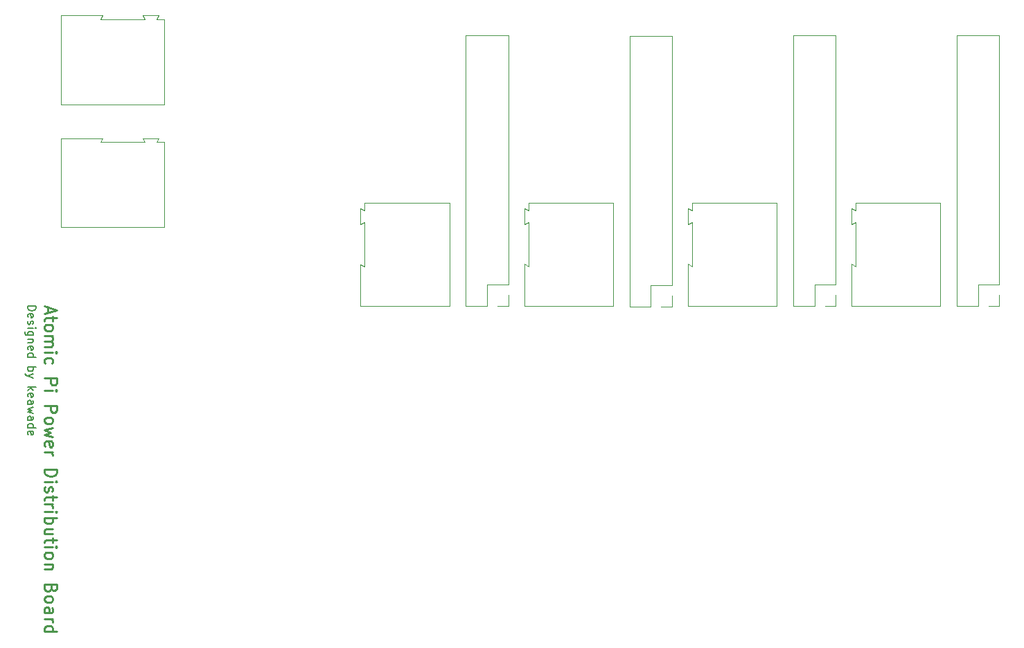
<source format=gbr>
%TF.GenerationSoftware,KiCad,Pcbnew,7.0.6-1.fc38*%
%TF.CreationDate,2023-08-16T20:18:50-04:00*%
%TF.ProjectId,atomic-pi-power-distribution,61746f6d-6963-42d7-9069-2d706f776572,rev?*%
%TF.SameCoordinates,Original*%
%TF.FileFunction,Legend,Top*%
%TF.FilePolarity,Positive*%
%FSLAX46Y46*%
G04 Gerber Fmt 4.6, Leading zero omitted, Abs format (unit mm)*
G04 Created by KiCad (PCBNEW 7.0.6-1.fc38) date 2023-08-16 20:18:50*
%MOMM*%
%LPD*%
G01*
G04 APERTURE LIST*
%ADD10C,0.150000*%
%ADD11C,0.225000*%
%ADD12C,0.120000*%
G04 APERTURE END LIST*
D10*
X51130180Y-96336779D02*
X52130180Y-96336779D01*
X52130180Y-96336779D02*
X52130180Y-96574874D01*
X52130180Y-96574874D02*
X52082561Y-96717731D01*
X52082561Y-96717731D02*
X51987323Y-96812969D01*
X51987323Y-96812969D02*
X51892085Y-96860588D01*
X51892085Y-96860588D02*
X51701609Y-96908207D01*
X51701609Y-96908207D02*
X51558752Y-96908207D01*
X51558752Y-96908207D02*
X51368276Y-96860588D01*
X51368276Y-96860588D02*
X51273038Y-96812969D01*
X51273038Y-96812969D02*
X51177800Y-96717731D01*
X51177800Y-96717731D02*
X51130180Y-96574874D01*
X51130180Y-96574874D02*
X51130180Y-96336779D01*
X51177800Y-97717731D02*
X51130180Y-97622493D01*
X51130180Y-97622493D02*
X51130180Y-97432017D01*
X51130180Y-97432017D02*
X51177800Y-97336779D01*
X51177800Y-97336779D02*
X51273038Y-97289160D01*
X51273038Y-97289160D02*
X51653990Y-97289160D01*
X51653990Y-97289160D02*
X51749228Y-97336779D01*
X51749228Y-97336779D02*
X51796847Y-97432017D01*
X51796847Y-97432017D02*
X51796847Y-97622493D01*
X51796847Y-97622493D02*
X51749228Y-97717731D01*
X51749228Y-97717731D02*
X51653990Y-97765350D01*
X51653990Y-97765350D02*
X51558752Y-97765350D01*
X51558752Y-97765350D02*
X51463514Y-97289160D01*
X51177800Y-98146303D02*
X51130180Y-98241541D01*
X51130180Y-98241541D02*
X51130180Y-98432017D01*
X51130180Y-98432017D02*
X51177800Y-98527255D01*
X51177800Y-98527255D02*
X51273038Y-98574874D01*
X51273038Y-98574874D02*
X51320657Y-98574874D01*
X51320657Y-98574874D02*
X51415895Y-98527255D01*
X51415895Y-98527255D02*
X51463514Y-98432017D01*
X51463514Y-98432017D02*
X51463514Y-98289160D01*
X51463514Y-98289160D02*
X51511133Y-98193922D01*
X51511133Y-98193922D02*
X51606371Y-98146303D01*
X51606371Y-98146303D02*
X51653990Y-98146303D01*
X51653990Y-98146303D02*
X51749228Y-98193922D01*
X51749228Y-98193922D02*
X51796847Y-98289160D01*
X51796847Y-98289160D02*
X51796847Y-98432017D01*
X51796847Y-98432017D02*
X51749228Y-98527255D01*
X51130180Y-99003446D02*
X51796847Y-99003446D01*
X52130180Y-99003446D02*
X52082561Y-98955827D01*
X52082561Y-98955827D02*
X52034942Y-99003446D01*
X52034942Y-99003446D02*
X52082561Y-99051065D01*
X52082561Y-99051065D02*
X52130180Y-99003446D01*
X52130180Y-99003446D02*
X52034942Y-99003446D01*
X51796847Y-99908207D02*
X50987323Y-99908207D01*
X50987323Y-99908207D02*
X50892085Y-99860588D01*
X50892085Y-99860588D02*
X50844466Y-99812969D01*
X50844466Y-99812969D02*
X50796847Y-99717731D01*
X50796847Y-99717731D02*
X50796847Y-99574874D01*
X50796847Y-99574874D02*
X50844466Y-99479636D01*
X51177800Y-99908207D02*
X51130180Y-99812969D01*
X51130180Y-99812969D02*
X51130180Y-99622493D01*
X51130180Y-99622493D02*
X51177800Y-99527255D01*
X51177800Y-99527255D02*
X51225419Y-99479636D01*
X51225419Y-99479636D02*
X51320657Y-99432017D01*
X51320657Y-99432017D02*
X51606371Y-99432017D01*
X51606371Y-99432017D02*
X51701609Y-99479636D01*
X51701609Y-99479636D02*
X51749228Y-99527255D01*
X51749228Y-99527255D02*
X51796847Y-99622493D01*
X51796847Y-99622493D02*
X51796847Y-99812969D01*
X51796847Y-99812969D02*
X51749228Y-99908207D01*
X51796847Y-100384398D02*
X51130180Y-100384398D01*
X51701609Y-100384398D02*
X51749228Y-100432017D01*
X51749228Y-100432017D02*
X51796847Y-100527255D01*
X51796847Y-100527255D02*
X51796847Y-100670112D01*
X51796847Y-100670112D02*
X51749228Y-100765350D01*
X51749228Y-100765350D02*
X51653990Y-100812969D01*
X51653990Y-100812969D02*
X51130180Y-100812969D01*
X51177800Y-101670112D02*
X51130180Y-101574874D01*
X51130180Y-101574874D02*
X51130180Y-101384398D01*
X51130180Y-101384398D02*
X51177800Y-101289160D01*
X51177800Y-101289160D02*
X51273038Y-101241541D01*
X51273038Y-101241541D02*
X51653990Y-101241541D01*
X51653990Y-101241541D02*
X51749228Y-101289160D01*
X51749228Y-101289160D02*
X51796847Y-101384398D01*
X51796847Y-101384398D02*
X51796847Y-101574874D01*
X51796847Y-101574874D02*
X51749228Y-101670112D01*
X51749228Y-101670112D02*
X51653990Y-101717731D01*
X51653990Y-101717731D02*
X51558752Y-101717731D01*
X51558752Y-101717731D02*
X51463514Y-101241541D01*
X51130180Y-102574874D02*
X52130180Y-102574874D01*
X51177800Y-102574874D02*
X51130180Y-102479636D01*
X51130180Y-102479636D02*
X51130180Y-102289160D01*
X51130180Y-102289160D02*
X51177800Y-102193922D01*
X51177800Y-102193922D02*
X51225419Y-102146303D01*
X51225419Y-102146303D02*
X51320657Y-102098684D01*
X51320657Y-102098684D02*
X51606371Y-102098684D01*
X51606371Y-102098684D02*
X51701609Y-102146303D01*
X51701609Y-102146303D02*
X51749228Y-102193922D01*
X51749228Y-102193922D02*
X51796847Y-102289160D01*
X51796847Y-102289160D02*
X51796847Y-102479636D01*
X51796847Y-102479636D02*
X51749228Y-102574874D01*
X51130180Y-103812970D02*
X52130180Y-103812970D01*
X51749228Y-103812970D02*
X51796847Y-103908208D01*
X51796847Y-103908208D02*
X51796847Y-104098684D01*
X51796847Y-104098684D02*
X51749228Y-104193922D01*
X51749228Y-104193922D02*
X51701609Y-104241541D01*
X51701609Y-104241541D02*
X51606371Y-104289160D01*
X51606371Y-104289160D02*
X51320657Y-104289160D01*
X51320657Y-104289160D02*
X51225419Y-104241541D01*
X51225419Y-104241541D02*
X51177800Y-104193922D01*
X51177800Y-104193922D02*
X51130180Y-104098684D01*
X51130180Y-104098684D02*
X51130180Y-103908208D01*
X51130180Y-103908208D02*
X51177800Y-103812970D01*
X51796847Y-104622494D02*
X51130180Y-104860589D01*
X51796847Y-105098684D02*
X51130180Y-104860589D01*
X51130180Y-104860589D02*
X50892085Y-104765351D01*
X50892085Y-104765351D02*
X50844466Y-104717732D01*
X50844466Y-104717732D02*
X50796847Y-104622494D01*
X51130180Y-106241542D02*
X52130180Y-106241542D01*
X51511133Y-106336780D02*
X51130180Y-106622494D01*
X51796847Y-106622494D02*
X51415895Y-106241542D01*
X51177800Y-107432018D02*
X51130180Y-107336780D01*
X51130180Y-107336780D02*
X51130180Y-107146304D01*
X51130180Y-107146304D02*
X51177800Y-107051066D01*
X51177800Y-107051066D02*
X51273038Y-107003447D01*
X51273038Y-107003447D02*
X51653990Y-107003447D01*
X51653990Y-107003447D02*
X51749228Y-107051066D01*
X51749228Y-107051066D02*
X51796847Y-107146304D01*
X51796847Y-107146304D02*
X51796847Y-107336780D01*
X51796847Y-107336780D02*
X51749228Y-107432018D01*
X51749228Y-107432018D02*
X51653990Y-107479637D01*
X51653990Y-107479637D02*
X51558752Y-107479637D01*
X51558752Y-107479637D02*
X51463514Y-107003447D01*
X51130180Y-108336780D02*
X51653990Y-108336780D01*
X51653990Y-108336780D02*
X51749228Y-108289161D01*
X51749228Y-108289161D02*
X51796847Y-108193923D01*
X51796847Y-108193923D02*
X51796847Y-108003447D01*
X51796847Y-108003447D02*
X51749228Y-107908209D01*
X51177800Y-108336780D02*
X51130180Y-108241542D01*
X51130180Y-108241542D02*
X51130180Y-108003447D01*
X51130180Y-108003447D02*
X51177800Y-107908209D01*
X51177800Y-107908209D02*
X51273038Y-107860590D01*
X51273038Y-107860590D02*
X51368276Y-107860590D01*
X51368276Y-107860590D02*
X51463514Y-107908209D01*
X51463514Y-107908209D02*
X51511133Y-108003447D01*
X51511133Y-108003447D02*
X51511133Y-108241542D01*
X51511133Y-108241542D02*
X51558752Y-108336780D01*
X51796847Y-108717733D02*
X51130180Y-108908209D01*
X51130180Y-108908209D02*
X51606371Y-109098685D01*
X51606371Y-109098685D02*
X51130180Y-109289161D01*
X51130180Y-109289161D02*
X51796847Y-109479637D01*
X51130180Y-110289161D02*
X51653990Y-110289161D01*
X51653990Y-110289161D02*
X51749228Y-110241542D01*
X51749228Y-110241542D02*
X51796847Y-110146304D01*
X51796847Y-110146304D02*
X51796847Y-109955828D01*
X51796847Y-109955828D02*
X51749228Y-109860590D01*
X51177800Y-110289161D02*
X51130180Y-110193923D01*
X51130180Y-110193923D02*
X51130180Y-109955828D01*
X51130180Y-109955828D02*
X51177800Y-109860590D01*
X51177800Y-109860590D02*
X51273038Y-109812971D01*
X51273038Y-109812971D02*
X51368276Y-109812971D01*
X51368276Y-109812971D02*
X51463514Y-109860590D01*
X51463514Y-109860590D02*
X51511133Y-109955828D01*
X51511133Y-109955828D02*
X51511133Y-110193923D01*
X51511133Y-110193923D02*
X51558752Y-110289161D01*
X51130180Y-111193923D02*
X52130180Y-111193923D01*
X51177800Y-111193923D02*
X51130180Y-111098685D01*
X51130180Y-111098685D02*
X51130180Y-110908209D01*
X51130180Y-110908209D02*
X51177800Y-110812971D01*
X51177800Y-110812971D02*
X51225419Y-110765352D01*
X51225419Y-110765352D02*
X51320657Y-110717733D01*
X51320657Y-110717733D02*
X51606371Y-110717733D01*
X51606371Y-110717733D02*
X51701609Y-110765352D01*
X51701609Y-110765352D02*
X51749228Y-110812971D01*
X51749228Y-110812971D02*
X51796847Y-110908209D01*
X51796847Y-110908209D02*
X51796847Y-111098685D01*
X51796847Y-111098685D02*
X51749228Y-111193923D01*
X51177800Y-112051066D02*
X51130180Y-111955828D01*
X51130180Y-111955828D02*
X51130180Y-111765352D01*
X51130180Y-111765352D02*
X51177800Y-111670114D01*
X51177800Y-111670114D02*
X51273038Y-111622495D01*
X51273038Y-111622495D02*
X51653990Y-111622495D01*
X51653990Y-111622495D02*
X51749228Y-111670114D01*
X51749228Y-111670114D02*
X51796847Y-111765352D01*
X51796847Y-111765352D02*
X51796847Y-111955828D01*
X51796847Y-111955828D02*
X51749228Y-112051066D01*
X51749228Y-112051066D02*
X51653990Y-112098685D01*
X51653990Y-112098685D02*
X51558752Y-112098685D01*
X51558752Y-112098685D02*
X51463514Y-111622495D01*
D11*
X53623842Y-96433740D02*
X53623842Y-97148026D01*
X53195271Y-96290883D02*
X54695271Y-96790883D01*
X54695271Y-96790883D02*
X53195271Y-97290883D01*
X54195271Y-97576597D02*
X54195271Y-98148025D01*
X54695271Y-97790882D02*
X53409557Y-97790882D01*
X53409557Y-97790882D02*
X53266700Y-97862311D01*
X53266700Y-97862311D02*
X53195271Y-98005168D01*
X53195271Y-98005168D02*
X53195271Y-98148025D01*
X53195271Y-98862311D02*
X53266700Y-98719454D01*
X53266700Y-98719454D02*
X53338128Y-98648025D01*
X53338128Y-98648025D02*
X53480985Y-98576597D01*
X53480985Y-98576597D02*
X53909557Y-98576597D01*
X53909557Y-98576597D02*
X54052414Y-98648025D01*
X54052414Y-98648025D02*
X54123842Y-98719454D01*
X54123842Y-98719454D02*
X54195271Y-98862311D01*
X54195271Y-98862311D02*
X54195271Y-99076597D01*
X54195271Y-99076597D02*
X54123842Y-99219454D01*
X54123842Y-99219454D02*
X54052414Y-99290883D01*
X54052414Y-99290883D02*
X53909557Y-99362311D01*
X53909557Y-99362311D02*
X53480985Y-99362311D01*
X53480985Y-99362311D02*
X53338128Y-99290883D01*
X53338128Y-99290883D02*
X53266700Y-99219454D01*
X53266700Y-99219454D02*
X53195271Y-99076597D01*
X53195271Y-99076597D02*
X53195271Y-98862311D01*
X53195271Y-100005168D02*
X54195271Y-100005168D01*
X54052414Y-100005168D02*
X54123842Y-100076597D01*
X54123842Y-100076597D02*
X54195271Y-100219454D01*
X54195271Y-100219454D02*
X54195271Y-100433740D01*
X54195271Y-100433740D02*
X54123842Y-100576597D01*
X54123842Y-100576597D02*
X53980985Y-100648026D01*
X53980985Y-100648026D02*
X53195271Y-100648026D01*
X53980985Y-100648026D02*
X54123842Y-100719454D01*
X54123842Y-100719454D02*
X54195271Y-100862311D01*
X54195271Y-100862311D02*
X54195271Y-101076597D01*
X54195271Y-101076597D02*
X54123842Y-101219454D01*
X54123842Y-101219454D02*
X53980985Y-101290883D01*
X53980985Y-101290883D02*
X53195271Y-101290883D01*
X53195271Y-102005168D02*
X54195271Y-102005168D01*
X54695271Y-102005168D02*
X54623842Y-101933740D01*
X54623842Y-101933740D02*
X54552414Y-102005168D01*
X54552414Y-102005168D02*
X54623842Y-102076597D01*
X54623842Y-102076597D02*
X54695271Y-102005168D01*
X54695271Y-102005168D02*
X54552414Y-102005168D01*
X53266700Y-103362312D02*
X53195271Y-103219454D01*
X53195271Y-103219454D02*
X53195271Y-102933740D01*
X53195271Y-102933740D02*
X53266700Y-102790883D01*
X53266700Y-102790883D02*
X53338128Y-102719454D01*
X53338128Y-102719454D02*
X53480985Y-102648026D01*
X53480985Y-102648026D02*
X53909557Y-102648026D01*
X53909557Y-102648026D02*
X54052414Y-102719454D01*
X54052414Y-102719454D02*
X54123842Y-102790883D01*
X54123842Y-102790883D02*
X54195271Y-102933740D01*
X54195271Y-102933740D02*
X54195271Y-103219454D01*
X54195271Y-103219454D02*
X54123842Y-103362312D01*
X53195271Y-105148025D02*
X54695271Y-105148025D01*
X54695271Y-105148025D02*
X54695271Y-105719454D01*
X54695271Y-105719454D02*
X54623842Y-105862311D01*
X54623842Y-105862311D02*
X54552414Y-105933740D01*
X54552414Y-105933740D02*
X54409557Y-106005168D01*
X54409557Y-106005168D02*
X54195271Y-106005168D01*
X54195271Y-106005168D02*
X54052414Y-105933740D01*
X54052414Y-105933740D02*
X53980985Y-105862311D01*
X53980985Y-105862311D02*
X53909557Y-105719454D01*
X53909557Y-105719454D02*
X53909557Y-105148025D01*
X53195271Y-106648025D02*
X54195271Y-106648025D01*
X54695271Y-106648025D02*
X54623842Y-106576597D01*
X54623842Y-106576597D02*
X54552414Y-106648025D01*
X54552414Y-106648025D02*
X54623842Y-106719454D01*
X54623842Y-106719454D02*
X54695271Y-106648025D01*
X54695271Y-106648025D02*
X54552414Y-106648025D01*
X53195271Y-108505168D02*
X54695271Y-108505168D01*
X54695271Y-108505168D02*
X54695271Y-109076597D01*
X54695271Y-109076597D02*
X54623842Y-109219454D01*
X54623842Y-109219454D02*
X54552414Y-109290883D01*
X54552414Y-109290883D02*
X54409557Y-109362311D01*
X54409557Y-109362311D02*
X54195271Y-109362311D01*
X54195271Y-109362311D02*
X54052414Y-109290883D01*
X54052414Y-109290883D02*
X53980985Y-109219454D01*
X53980985Y-109219454D02*
X53909557Y-109076597D01*
X53909557Y-109076597D02*
X53909557Y-108505168D01*
X53195271Y-110219454D02*
X53266700Y-110076597D01*
X53266700Y-110076597D02*
X53338128Y-110005168D01*
X53338128Y-110005168D02*
X53480985Y-109933740D01*
X53480985Y-109933740D02*
X53909557Y-109933740D01*
X53909557Y-109933740D02*
X54052414Y-110005168D01*
X54052414Y-110005168D02*
X54123842Y-110076597D01*
X54123842Y-110076597D02*
X54195271Y-110219454D01*
X54195271Y-110219454D02*
X54195271Y-110433740D01*
X54195271Y-110433740D02*
X54123842Y-110576597D01*
X54123842Y-110576597D02*
X54052414Y-110648026D01*
X54052414Y-110648026D02*
X53909557Y-110719454D01*
X53909557Y-110719454D02*
X53480985Y-110719454D01*
X53480985Y-110719454D02*
X53338128Y-110648026D01*
X53338128Y-110648026D02*
X53266700Y-110576597D01*
X53266700Y-110576597D02*
X53195271Y-110433740D01*
X53195271Y-110433740D02*
X53195271Y-110219454D01*
X54195271Y-111219454D02*
X53195271Y-111505169D01*
X53195271Y-111505169D02*
X53909557Y-111790883D01*
X53909557Y-111790883D02*
X53195271Y-112076597D01*
X53195271Y-112076597D02*
X54195271Y-112362311D01*
X53266700Y-113505169D02*
X53195271Y-113362312D01*
X53195271Y-113362312D02*
X53195271Y-113076598D01*
X53195271Y-113076598D02*
X53266700Y-112933740D01*
X53266700Y-112933740D02*
X53409557Y-112862312D01*
X53409557Y-112862312D02*
X53980985Y-112862312D01*
X53980985Y-112862312D02*
X54123842Y-112933740D01*
X54123842Y-112933740D02*
X54195271Y-113076598D01*
X54195271Y-113076598D02*
X54195271Y-113362312D01*
X54195271Y-113362312D02*
X54123842Y-113505169D01*
X54123842Y-113505169D02*
X53980985Y-113576598D01*
X53980985Y-113576598D02*
X53838128Y-113576598D01*
X53838128Y-113576598D02*
X53695271Y-112862312D01*
X53195271Y-114219454D02*
X54195271Y-114219454D01*
X53909557Y-114219454D02*
X54052414Y-114290883D01*
X54052414Y-114290883D02*
X54123842Y-114362312D01*
X54123842Y-114362312D02*
X54195271Y-114505169D01*
X54195271Y-114505169D02*
X54195271Y-114648026D01*
X53195271Y-116290882D02*
X54695271Y-116290882D01*
X54695271Y-116290882D02*
X54695271Y-116648025D01*
X54695271Y-116648025D02*
X54623842Y-116862311D01*
X54623842Y-116862311D02*
X54480985Y-117005168D01*
X54480985Y-117005168D02*
X54338128Y-117076597D01*
X54338128Y-117076597D02*
X54052414Y-117148025D01*
X54052414Y-117148025D02*
X53838128Y-117148025D01*
X53838128Y-117148025D02*
X53552414Y-117076597D01*
X53552414Y-117076597D02*
X53409557Y-117005168D01*
X53409557Y-117005168D02*
X53266700Y-116862311D01*
X53266700Y-116862311D02*
X53195271Y-116648025D01*
X53195271Y-116648025D02*
X53195271Y-116290882D01*
X53195271Y-117790882D02*
X54195271Y-117790882D01*
X54695271Y-117790882D02*
X54623842Y-117719454D01*
X54623842Y-117719454D02*
X54552414Y-117790882D01*
X54552414Y-117790882D02*
X54623842Y-117862311D01*
X54623842Y-117862311D02*
X54695271Y-117790882D01*
X54695271Y-117790882D02*
X54552414Y-117790882D01*
X53266700Y-118433740D02*
X53195271Y-118576597D01*
X53195271Y-118576597D02*
X53195271Y-118862311D01*
X53195271Y-118862311D02*
X53266700Y-119005168D01*
X53266700Y-119005168D02*
X53409557Y-119076597D01*
X53409557Y-119076597D02*
X53480985Y-119076597D01*
X53480985Y-119076597D02*
X53623842Y-119005168D01*
X53623842Y-119005168D02*
X53695271Y-118862311D01*
X53695271Y-118862311D02*
X53695271Y-118648026D01*
X53695271Y-118648026D02*
X53766700Y-118505168D01*
X53766700Y-118505168D02*
X53909557Y-118433740D01*
X53909557Y-118433740D02*
X53980985Y-118433740D01*
X53980985Y-118433740D02*
X54123842Y-118505168D01*
X54123842Y-118505168D02*
X54195271Y-118648026D01*
X54195271Y-118648026D02*
X54195271Y-118862311D01*
X54195271Y-118862311D02*
X54123842Y-119005168D01*
X54195271Y-119505169D02*
X54195271Y-120076597D01*
X54695271Y-119719454D02*
X53409557Y-119719454D01*
X53409557Y-119719454D02*
X53266700Y-119790883D01*
X53266700Y-119790883D02*
X53195271Y-119933740D01*
X53195271Y-119933740D02*
X53195271Y-120076597D01*
X53195271Y-120576597D02*
X54195271Y-120576597D01*
X53909557Y-120576597D02*
X54052414Y-120648026D01*
X54052414Y-120648026D02*
X54123842Y-120719455D01*
X54123842Y-120719455D02*
X54195271Y-120862312D01*
X54195271Y-120862312D02*
X54195271Y-121005169D01*
X53195271Y-121505168D02*
X54195271Y-121505168D01*
X54695271Y-121505168D02*
X54623842Y-121433740D01*
X54623842Y-121433740D02*
X54552414Y-121505168D01*
X54552414Y-121505168D02*
X54623842Y-121576597D01*
X54623842Y-121576597D02*
X54695271Y-121505168D01*
X54695271Y-121505168D02*
X54552414Y-121505168D01*
X53195271Y-122219454D02*
X54695271Y-122219454D01*
X54123842Y-122219454D02*
X54195271Y-122362312D01*
X54195271Y-122362312D02*
X54195271Y-122648026D01*
X54195271Y-122648026D02*
X54123842Y-122790883D01*
X54123842Y-122790883D02*
X54052414Y-122862312D01*
X54052414Y-122862312D02*
X53909557Y-122933740D01*
X53909557Y-122933740D02*
X53480985Y-122933740D01*
X53480985Y-122933740D02*
X53338128Y-122862312D01*
X53338128Y-122862312D02*
X53266700Y-122790883D01*
X53266700Y-122790883D02*
X53195271Y-122648026D01*
X53195271Y-122648026D02*
X53195271Y-122362312D01*
X53195271Y-122362312D02*
X53266700Y-122219454D01*
X54195271Y-124219455D02*
X53195271Y-124219455D01*
X54195271Y-123576597D02*
X53409557Y-123576597D01*
X53409557Y-123576597D02*
X53266700Y-123648026D01*
X53266700Y-123648026D02*
X53195271Y-123790883D01*
X53195271Y-123790883D02*
X53195271Y-124005169D01*
X53195271Y-124005169D02*
X53266700Y-124148026D01*
X53266700Y-124148026D02*
X53338128Y-124219455D01*
X54195271Y-124719455D02*
X54195271Y-125290883D01*
X54695271Y-124933740D02*
X53409557Y-124933740D01*
X53409557Y-124933740D02*
X53266700Y-125005169D01*
X53266700Y-125005169D02*
X53195271Y-125148026D01*
X53195271Y-125148026D02*
X53195271Y-125290883D01*
X53195271Y-125790883D02*
X54195271Y-125790883D01*
X54695271Y-125790883D02*
X54623842Y-125719455D01*
X54623842Y-125719455D02*
X54552414Y-125790883D01*
X54552414Y-125790883D02*
X54623842Y-125862312D01*
X54623842Y-125862312D02*
X54695271Y-125790883D01*
X54695271Y-125790883D02*
X54552414Y-125790883D01*
X53195271Y-126719455D02*
X53266700Y-126576598D01*
X53266700Y-126576598D02*
X53338128Y-126505169D01*
X53338128Y-126505169D02*
X53480985Y-126433741D01*
X53480985Y-126433741D02*
X53909557Y-126433741D01*
X53909557Y-126433741D02*
X54052414Y-126505169D01*
X54052414Y-126505169D02*
X54123842Y-126576598D01*
X54123842Y-126576598D02*
X54195271Y-126719455D01*
X54195271Y-126719455D02*
X54195271Y-126933741D01*
X54195271Y-126933741D02*
X54123842Y-127076598D01*
X54123842Y-127076598D02*
X54052414Y-127148027D01*
X54052414Y-127148027D02*
X53909557Y-127219455D01*
X53909557Y-127219455D02*
X53480985Y-127219455D01*
X53480985Y-127219455D02*
X53338128Y-127148027D01*
X53338128Y-127148027D02*
X53266700Y-127076598D01*
X53266700Y-127076598D02*
X53195271Y-126933741D01*
X53195271Y-126933741D02*
X53195271Y-126719455D01*
X54195271Y-127862312D02*
X53195271Y-127862312D01*
X54052414Y-127862312D02*
X54123842Y-127933741D01*
X54123842Y-127933741D02*
X54195271Y-128076598D01*
X54195271Y-128076598D02*
X54195271Y-128290884D01*
X54195271Y-128290884D02*
X54123842Y-128433741D01*
X54123842Y-128433741D02*
X53980985Y-128505170D01*
X53980985Y-128505170D02*
X53195271Y-128505170D01*
X53980985Y-130862312D02*
X53909557Y-131076598D01*
X53909557Y-131076598D02*
X53838128Y-131148027D01*
X53838128Y-131148027D02*
X53695271Y-131219455D01*
X53695271Y-131219455D02*
X53480985Y-131219455D01*
X53480985Y-131219455D02*
X53338128Y-131148027D01*
X53338128Y-131148027D02*
X53266700Y-131076598D01*
X53266700Y-131076598D02*
X53195271Y-130933741D01*
X53195271Y-130933741D02*
X53195271Y-130362312D01*
X53195271Y-130362312D02*
X54695271Y-130362312D01*
X54695271Y-130362312D02*
X54695271Y-130862312D01*
X54695271Y-130862312D02*
X54623842Y-131005170D01*
X54623842Y-131005170D02*
X54552414Y-131076598D01*
X54552414Y-131076598D02*
X54409557Y-131148027D01*
X54409557Y-131148027D02*
X54266700Y-131148027D01*
X54266700Y-131148027D02*
X54123842Y-131076598D01*
X54123842Y-131076598D02*
X54052414Y-131005170D01*
X54052414Y-131005170D02*
X53980985Y-130862312D01*
X53980985Y-130862312D02*
X53980985Y-130362312D01*
X53195271Y-132076598D02*
X53266700Y-131933741D01*
X53266700Y-131933741D02*
X53338128Y-131862312D01*
X53338128Y-131862312D02*
X53480985Y-131790884D01*
X53480985Y-131790884D02*
X53909557Y-131790884D01*
X53909557Y-131790884D02*
X54052414Y-131862312D01*
X54052414Y-131862312D02*
X54123842Y-131933741D01*
X54123842Y-131933741D02*
X54195271Y-132076598D01*
X54195271Y-132076598D02*
X54195271Y-132290884D01*
X54195271Y-132290884D02*
X54123842Y-132433741D01*
X54123842Y-132433741D02*
X54052414Y-132505170D01*
X54052414Y-132505170D02*
X53909557Y-132576598D01*
X53909557Y-132576598D02*
X53480985Y-132576598D01*
X53480985Y-132576598D02*
X53338128Y-132505170D01*
X53338128Y-132505170D02*
X53266700Y-132433741D01*
X53266700Y-132433741D02*
X53195271Y-132290884D01*
X53195271Y-132290884D02*
X53195271Y-132076598D01*
X53195271Y-133862313D02*
X53980985Y-133862313D01*
X53980985Y-133862313D02*
X54123842Y-133790884D01*
X54123842Y-133790884D02*
X54195271Y-133648027D01*
X54195271Y-133648027D02*
X54195271Y-133362313D01*
X54195271Y-133362313D02*
X54123842Y-133219455D01*
X53266700Y-133862313D02*
X53195271Y-133719455D01*
X53195271Y-133719455D02*
X53195271Y-133362313D01*
X53195271Y-133362313D02*
X53266700Y-133219455D01*
X53266700Y-133219455D02*
X53409557Y-133148027D01*
X53409557Y-133148027D02*
X53552414Y-133148027D01*
X53552414Y-133148027D02*
X53695271Y-133219455D01*
X53695271Y-133219455D02*
X53766700Y-133362313D01*
X53766700Y-133362313D02*
X53766700Y-133719455D01*
X53766700Y-133719455D02*
X53838128Y-133862313D01*
X53195271Y-134576598D02*
X54195271Y-134576598D01*
X53909557Y-134576598D02*
X54052414Y-134648027D01*
X54052414Y-134648027D02*
X54123842Y-134719456D01*
X54123842Y-134719456D02*
X54195271Y-134862313D01*
X54195271Y-134862313D02*
X54195271Y-135005170D01*
X53195271Y-136148027D02*
X54695271Y-136148027D01*
X53266700Y-136148027D02*
X53195271Y-136005169D01*
X53195271Y-136005169D02*
X53195271Y-135719455D01*
X53195271Y-135719455D02*
X53266700Y-135576598D01*
X53266700Y-135576598D02*
X53338128Y-135505169D01*
X53338128Y-135505169D02*
X53480985Y-135433741D01*
X53480985Y-135433741D02*
X53909557Y-135433741D01*
X53909557Y-135433741D02*
X54052414Y-135505169D01*
X54052414Y-135505169D02*
X54123842Y-135576598D01*
X54123842Y-135576598D02*
X54195271Y-135719455D01*
X54195271Y-135719455D02*
X54195271Y-136005169D01*
X54195271Y-136005169D02*
X54123842Y-136148027D01*
D12*
%TO.C,J5*%
X162650000Y-96300000D02*
X162650000Y-83700000D01*
X162650000Y-83700000D02*
X152300000Y-83700000D01*
X152300000Y-91500000D02*
X151800000Y-91200000D01*
X152300000Y-86100000D02*
X152300000Y-91500000D01*
X152300000Y-84650000D02*
X151800000Y-84400000D01*
X152300000Y-83700000D02*
X152300000Y-84650000D01*
X151800000Y-96300000D02*
X162650000Y-96300000D01*
X151800000Y-91200000D02*
X151800000Y-96300000D01*
X151800000Y-86350000D02*
X152300000Y-86100000D01*
X151800000Y-86300000D02*
X151800000Y-86350000D01*
X151800000Y-84400000D02*
X151800000Y-86300000D01*
%TO.C,J7*%
X122650000Y-96300000D02*
X122650000Y-83700000D01*
X122650000Y-83700000D02*
X112300000Y-83700000D01*
X112300000Y-91500000D02*
X111800000Y-91200000D01*
X112300000Y-86100000D02*
X112300000Y-91500000D01*
X112300000Y-84650000D02*
X111800000Y-84400000D01*
X112300000Y-83700000D02*
X112300000Y-84650000D01*
X111800000Y-96300000D02*
X122650000Y-96300000D01*
X111800000Y-91200000D02*
X111800000Y-96300000D01*
X111800000Y-86350000D02*
X112300000Y-86100000D01*
X111800000Y-86300000D02*
X111800000Y-86350000D01*
X111800000Y-84400000D02*
X111800000Y-86300000D01*
%TO.C,J8*%
X102650000Y-96320000D02*
X102650000Y-83720000D01*
X102650000Y-83720000D02*
X92300000Y-83720000D01*
X92300000Y-91520000D02*
X91800000Y-91220000D01*
X92300000Y-86120000D02*
X92300000Y-91520000D01*
X92300000Y-84670000D02*
X91800000Y-84420000D01*
X92300000Y-83720000D02*
X92300000Y-84670000D01*
X91800000Y-96320000D02*
X102650000Y-96320000D01*
X91800000Y-91220000D02*
X91800000Y-96320000D01*
X91800000Y-86370000D02*
X92300000Y-86120000D01*
X91800000Y-86320000D02*
X91800000Y-86370000D01*
X91800000Y-84420000D02*
X91800000Y-86320000D01*
%TO.C,J4*%
X109870000Y-96330000D02*
X108540000Y-96330000D01*
X109870000Y-95000000D02*
X109870000Y-96330000D01*
X109870000Y-93730000D02*
X109870000Y-63190000D01*
X109870000Y-93730000D02*
X107270000Y-93730000D01*
X109870000Y-63190000D02*
X104670000Y-63190000D01*
X107270000Y-96330000D02*
X104670000Y-96330000D01*
X107270000Y-93730000D02*
X107270000Y-96330000D01*
X104670000Y-96330000D02*
X104670000Y-63190000D01*
%TO.C,J2*%
X144670000Y-96330000D02*
X144670000Y-63190000D01*
X147270000Y-93730000D02*
X147270000Y-96330000D01*
X147270000Y-96330000D02*
X144670000Y-96330000D01*
X149870000Y-63190000D02*
X144670000Y-63190000D01*
X149870000Y-93730000D02*
X147270000Y-93730000D01*
X149870000Y-93730000D02*
X149870000Y-63190000D01*
X149870000Y-95000000D02*
X149870000Y-96330000D01*
X149870000Y-96330000D02*
X148540000Y-96330000D01*
%TO.C,J10*%
X55200000Y-71650000D02*
X67800000Y-71650000D01*
X67800000Y-71650000D02*
X67800000Y-61300000D01*
X60000000Y-61300000D02*
X60300000Y-60800000D01*
X65400000Y-61300000D02*
X60000000Y-61300000D01*
X66850000Y-61300000D02*
X67100000Y-60800000D01*
X67800000Y-61300000D02*
X66850000Y-61300000D01*
X55200000Y-60800000D02*
X55200000Y-71650000D01*
X60300000Y-60800000D02*
X55200000Y-60800000D01*
X65150000Y-60800000D02*
X65400000Y-61300000D01*
X65200000Y-60800000D02*
X65150000Y-60800000D01*
X67100000Y-60800000D02*
X65200000Y-60800000D01*
%TO.C,J1*%
X164670000Y-96330000D02*
X164670000Y-63190000D01*
X167270000Y-93730000D02*
X167270000Y-96330000D01*
X167270000Y-96330000D02*
X164670000Y-96330000D01*
X169870000Y-63190000D02*
X164670000Y-63190000D01*
X169870000Y-93730000D02*
X167270000Y-93730000D01*
X169870000Y-93730000D02*
X169870000Y-63190000D01*
X169870000Y-95000000D02*
X169870000Y-96330000D01*
X169870000Y-96330000D02*
X168540000Y-96330000D01*
%TO.C,J6*%
X142650000Y-96300000D02*
X142650000Y-83700000D01*
X142650000Y-83700000D02*
X132300000Y-83700000D01*
X132300000Y-91500000D02*
X131800000Y-91200000D01*
X132300000Y-86100000D02*
X132300000Y-91500000D01*
X132300000Y-84650000D02*
X131800000Y-84400000D01*
X132300000Y-83700000D02*
X132300000Y-84650000D01*
X131800000Y-96300000D02*
X142650000Y-96300000D01*
X131800000Y-91200000D02*
X131800000Y-96300000D01*
X131800000Y-86350000D02*
X132300000Y-86100000D01*
X131800000Y-86300000D02*
X131800000Y-86350000D01*
X131800000Y-84400000D02*
X131800000Y-86300000D01*
%TO.C,J9*%
X55200000Y-86650000D02*
X67800000Y-86650000D01*
X67800000Y-86650000D02*
X67800000Y-76300000D01*
X60000000Y-76300000D02*
X60300000Y-75800000D01*
X65400000Y-76300000D02*
X60000000Y-76300000D01*
X66850000Y-76300000D02*
X67100000Y-75800000D01*
X67800000Y-76300000D02*
X66850000Y-76300000D01*
X55200000Y-75800000D02*
X55200000Y-86650000D01*
X60300000Y-75800000D02*
X55200000Y-75800000D01*
X65150000Y-75800000D02*
X65400000Y-76300000D01*
X65200000Y-75800000D02*
X65150000Y-75800000D01*
X67100000Y-75800000D02*
X65200000Y-75800000D01*
%TO.C,J3*%
X124670000Y-96410000D02*
X124670000Y-63270000D01*
X127270000Y-93810000D02*
X127270000Y-96410000D01*
X127270000Y-96410000D02*
X124670000Y-96410000D01*
X129870000Y-63270000D02*
X124670000Y-63270000D01*
X129870000Y-93810000D02*
X127270000Y-93810000D01*
X129870000Y-93810000D02*
X129870000Y-63270000D01*
X129870000Y-95080000D02*
X129870000Y-96410000D01*
X129870000Y-96410000D02*
X128540000Y-96410000D01*
%TD*%
M02*

</source>
